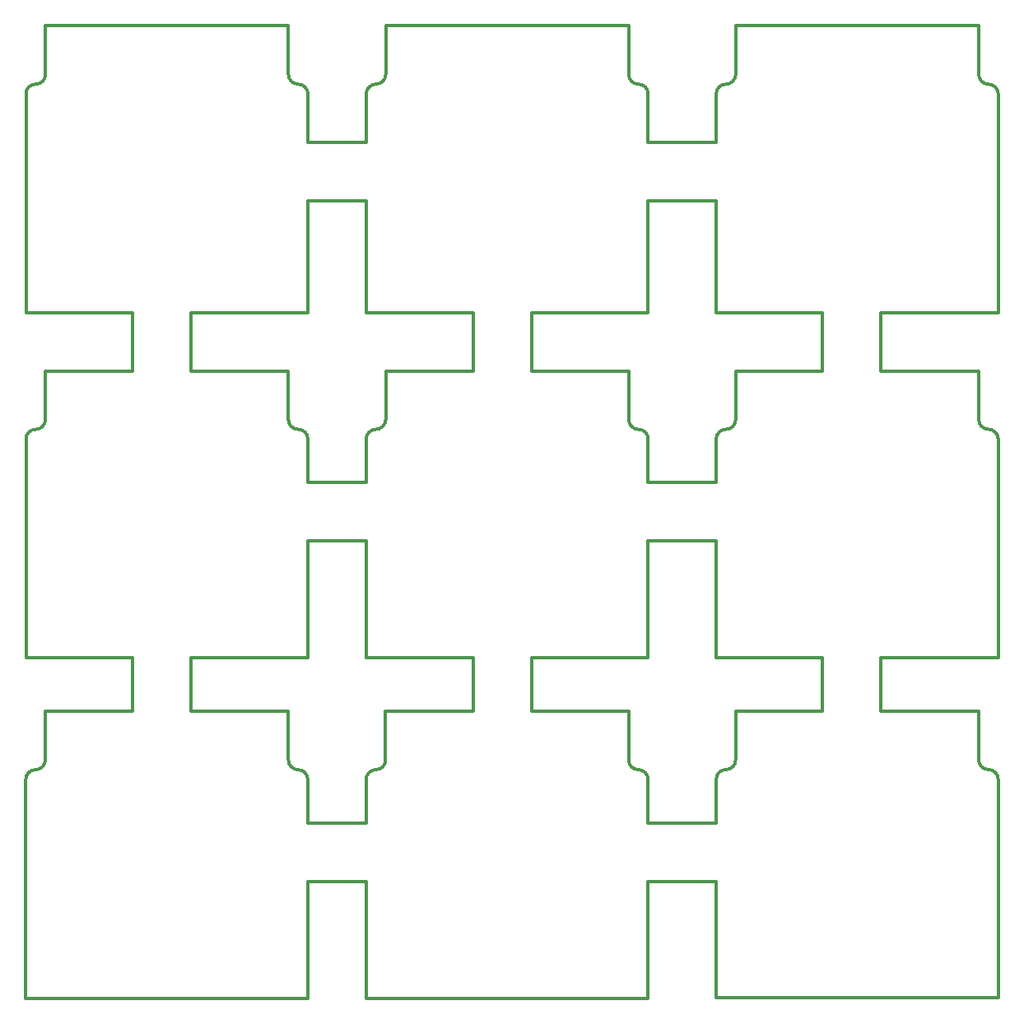
<source format=gbr>
G04 #@! TF.GenerationSoftware,KiCad,Pcbnew,5.1.5-52549c5~86~ubuntu16.04.1*
G04 #@! TF.CreationDate,2020-08-05T12:56:56-05:00*
G04 #@! TF.ProjectId,pressure_sensors,70726573-7375-4726-955f-73656e736f72,rev?*
G04 #@! TF.SameCoordinates,Original*
G04 #@! TF.FileFunction,Profile,NP*
%FSLAX46Y46*%
G04 Gerber Fmt 4.6, Leading zero omitted, Abs format (unit mm)*
G04 Created by KiCad (PCBNEW 5.1.5-52549c5~86~ubuntu16.04.1) date 2020-08-05 12:56:56*
%MOMM*%
%LPD*%
G04 APERTURE LIST*
%ADD10C,0.300000*%
G04 APERTURE END LIST*
D10*
X151000000Y-110510000D02*
X141990000Y-110510000D01*
X157000000Y-105000000D02*
X169000000Y-105000000D01*
X192000000Y-110510000D02*
X201990000Y-110510000D01*
X186000000Y-105000000D02*
X175000000Y-105000000D01*
X169000000Y-87000000D02*
X169000000Y-82500000D01*
X175000000Y-87000000D02*
X175000000Y-82500000D01*
X204000000Y-87000000D02*
X204000000Y-82500000D01*
X211000000Y-87000000D02*
X211000000Y-82500000D01*
X157000000Y-75500000D02*
X167000000Y-75500000D01*
X186000000Y-75500000D02*
X177000000Y-75500000D01*
X169000000Y-52000000D02*
X169000000Y-47000000D01*
X175000000Y-52000000D02*
X175000000Y-47000000D01*
X151000000Y-69500000D02*
X140000000Y-69500000D01*
X186000000Y-69500000D02*
X175000000Y-69500000D01*
X168990000Y-122010000D02*
X168990000Y-117510000D01*
X174990000Y-122010000D02*
X174990000Y-117510000D01*
X203990000Y-122000000D02*
X203990000Y-117510000D01*
X211000000Y-122000000D02*
X211000000Y-117500000D01*
X213000000Y-110500000D02*
X221900000Y-110510000D01*
X221900000Y-105000000D02*
X211000000Y-105000000D01*
X204000000Y-52000000D02*
X204000000Y-47000000D01*
X211000000Y-52000000D02*
X211000000Y-47000000D01*
X221900000Y-75500000D02*
X213000000Y-75500000D01*
X221900000Y-69500000D02*
X211000000Y-69500000D01*
X204000000Y-93000000D02*
X211000000Y-93000000D01*
X204000000Y-87000000D02*
X211000000Y-87000000D01*
X204000000Y-58000000D02*
X211000000Y-58000000D01*
X204000000Y-52000000D02*
X211000000Y-52000000D01*
X169000000Y-58000000D02*
X175000000Y-58000000D01*
X169000000Y-52000000D02*
X175000000Y-52000000D01*
X169000000Y-93000000D02*
X175000000Y-93000000D01*
X169000000Y-87000000D02*
X175000000Y-87000000D01*
X203990000Y-128000000D02*
X211000000Y-128000000D01*
X203990000Y-122000000D02*
X211000000Y-122000000D01*
X168990000Y-122010000D02*
X174990000Y-122010000D01*
X168990000Y-128010000D02*
X174990000Y-128010000D01*
X221900000Y-75500000D02*
X221900000Y-69500000D01*
X227900000Y-75500000D02*
X227900000Y-69500000D01*
X186000000Y-75500000D02*
X186000000Y-69500000D01*
X192000000Y-75500000D02*
X192000000Y-69500000D01*
X151000000Y-75500000D02*
X151000000Y-69500000D01*
X157000000Y-75500000D02*
X157000000Y-69500000D01*
X221900000Y-110510000D02*
X221900000Y-105000000D01*
X227900000Y-110500000D02*
X227900000Y-105000000D01*
X186000000Y-110510000D02*
X186000000Y-105000000D01*
X192000000Y-110510000D02*
X192000000Y-105000000D01*
X151000000Y-110510000D02*
X151000000Y-105000000D01*
X157000000Y-110510000D02*
X157000000Y-105000000D01*
X175000000Y-58000000D02*
X175000000Y-69500000D01*
X203000000Y-46000000D02*
G75*
G02X202000000Y-45000000I0J1000000D01*
G01*
X175000000Y-47000000D02*
G75*
G02X176000000Y-46000000I1000000J0D01*
G01*
X177000000Y-45000000D02*
G75*
G02X176000000Y-46000000I-1000000J0D01*
G01*
X204000000Y-58000000D02*
X204000000Y-69500000D01*
X177000000Y-45000000D02*
X177000000Y-40000000D01*
X204000000Y-69500000D02*
X192000000Y-69500000D01*
X177000000Y-40000000D02*
X202000000Y-40000000D01*
X203000000Y-46000000D02*
G75*
G02X204000000Y-47000000I0J-1000000D01*
G01*
X202000000Y-40000000D02*
X202000000Y-45000000D01*
X203000000Y-81500000D02*
G75*
G02X204000000Y-82500000I0J-1000000D01*
G01*
X177000000Y-80500000D02*
G75*
G02X176000000Y-81500000I-1000000J0D01*
G01*
X204000000Y-105000000D02*
X192000000Y-105000000D01*
X192000000Y-75500000D02*
X202000000Y-75500000D01*
X203000000Y-81500000D02*
G75*
G02X202000000Y-80500000I0J1000000D01*
G01*
X202000000Y-75500000D02*
X202000000Y-80500000D01*
X175000000Y-93000000D02*
X175000000Y-105000000D01*
X177000000Y-80500000D02*
X177000000Y-75500000D01*
X204000000Y-93000000D02*
X204000000Y-105000000D01*
X175000000Y-82500000D02*
G75*
G02X176000000Y-81500000I1000000J0D01*
G01*
X211000000Y-58000000D02*
X211000000Y-69500000D01*
X213000000Y-40000000D02*
X238000000Y-40000000D01*
X213000000Y-45000000D02*
X213000000Y-40000000D01*
X240000000Y-69500000D02*
X227900000Y-69500000D01*
X213000000Y-45000000D02*
G75*
G02X212000000Y-46000000I-1000000J0D01*
G01*
X239000000Y-46000000D02*
G75*
G02X240000000Y-47000000I0J-1000000D01*
G01*
X211000000Y-47000000D02*
G75*
G02X212000000Y-46000000I1000000J0D01*
G01*
X238000000Y-40000000D02*
X238000000Y-45000000D01*
X239000000Y-46000000D02*
G75*
G02X238000000Y-45000000I0J1000000D01*
G01*
X240000000Y-47000000D02*
X240000000Y-69500000D01*
X211000000Y-93000000D02*
X211000000Y-105000000D01*
X227900000Y-75500000D02*
X238000000Y-75500000D01*
X213000000Y-80500000D02*
X213000000Y-75500000D01*
X240000000Y-105000000D02*
X227900000Y-105000000D01*
X213000000Y-80500000D02*
G75*
G02X212000000Y-81500000I-1000000J0D01*
G01*
X239000000Y-81500000D02*
G75*
G02X240000000Y-82500000I0J-1000000D01*
G01*
X211000000Y-82500000D02*
G75*
G02X212000000Y-81500000I1000000J0D01*
G01*
X238000000Y-75500000D02*
X238000000Y-80500000D01*
X239000000Y-81500000D02*
G75*
G02X238000000Y-80500000I0J1000000D01*
G01*
X240000000Y-82500000D02*
X240000000Y-105000000D01*
X201990000Y-110510000D02*
X201990000Y-115510000D01*
X176990000Y-110510000D02*
X186000000Y-110510000D01*
X174990000Y-128010000D02*
X174990000Y-140010000D01*
X176990000Y-115510000D02*
X176990000Y-110510000D01*
X203990000Y-140010000D02*
X174990000Y-140010000D01*
X203990000Y-128000000D02*
X203990000Y-140010000D01*
X202990000Y-116510000D02*
G75*
G02X203990000Y-117510000I0J-1000000D01*
G01*
X202990000Y-116510000D02*
G75*
G02X201990000Y-115510000I0J1000000D01*
G01*
X174990000Y-117510000D02*
G75*
G02X175990000Y-116510000I1000000J0D01*
G01*
X176990000Y-115510000D02*
G75*
G02X175990000Y-116510000I-1000000J0D01*
G01*
X140000000Y-47000000D02*
X140000000Y-69500000D01*
X168000000Y-46000000D02*
G75*
G02X167000000Y-45000000I0J1000000D01*
G01*
X140000000Y-47000000D02*
G75*
G02X141000000Y-46000000I1000000J0D01*
G01*
X142000000Y-45000000D02*
G75*
G02X141000000Y-46000000I-1000000J0D01*
G01*
X169000000Y-58000000D02*
X169000000Y-69500000D01*
X142000000Y-45000000D02*
X142000000Y-40000000D01*
X169000000Y-69500000D02*
X157000000Y-69500000D01*
X142000000Y-40000000D02*
X167000000Y-40000000D01*
X168000000Y-46000000D02*
G75*
G02X169000000Y-47000000I0J-1000000D01*
G01*
X167000000Y-40000000D02*
X167000000Y-45000000D01*
X167000000Y-75500000D02*
X167000000Y-80500000D01*
X140000000Y-82500000D02*
G75*
G02X141000000Y-81500000I1000000J0D01*
G01*
X142000000Y-75500000D02*
X151000000Y-75500000D01*
X168000000Y-81500000D02*
G75*
G02X169000000Y-82500000I0J-1000000D01*
G01*
X168000000Y-81500000D02*
G75*
G02X167000000Y-80500000I0J1000000D01*
G01*
X151000000Y-105000000D02*
X140000000Y-105000000D01*
X169000000Y-93000000D02*
X169000000Y-105000000D01*
X140000000Y-82500000D02*
X140000000Y-105000000D01*
X142000000Y-80500000D02*
G75*
G02X141000000Y-81500000I-1000000J0D01*
G01*
X142000000Y-80500000D02*
X142000000Y-75500000D01*
X211000000Y-128000000D02*
X211000000Y-140000000D01*
X213000000Y-115500000D02*
X213000000Y-110500000D01*
X239000000Y-116500000D02*
G75*
G02X240000000Y-117500000I0J-1000000D01*
G01*
X239000000Y-116500000D02*
G75*
G02X238000000Y-115500000I0J1000000D01*
G01*
X213000000Y-115500000D02*
G75*
G02X212000000Y-116500000I-1000000J0D01*
G01*
X240000000Y-140000000D02*
X211000000Y-140000000D01*
X240000000Y-117500000D02*
X240000000Y-140000000D01*
X211000000Y-117500000D02*
G75*
G02X212000000Y-116500000I1000000J0D01*
G01*
X238000000Y-110500000D02*
X238000000Y-115500000D01*
X227900000Y-110500000D02*
X238000000Y-110500000D01*
X141990000Y-115510000D02*
G75*
G02X140990000Y-116510000I-1000000J0D01*
G01*
X139990000Y-117510000D02*
G75*
G02X140990000Y-116510000I1000000J0D01*
G01*
X141990000Y-115510000D02*
X141990000Y-110510000D01*
X139990000Y-117510000D02*
X139990000Y-140010000D01*
X157000000Y-110510000D02*
X166990000Y-110510000D01*
X166990000Y-110510000D02*
X166990000Y-115510000D01*
X167990000Y-116510000D02*
G75*
G02X166990000Y-115510000I0J1000000D01*
G01*
X167990000Y-116510000D02*
G75*
G02X168990000Y-117510000I0J-1000000D01*
G01*
X168990000Y-128010000D02*
X168990000Y-140010000D01*
X168990000Y-140010000D02*
X139990000Y-140010000D01*
M02*

</source>
